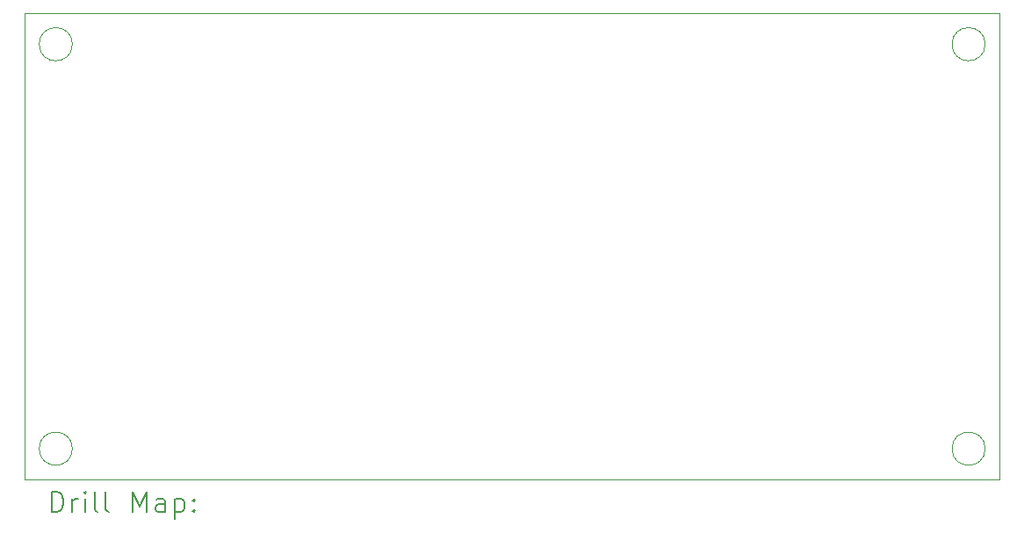
<source format=gbr>
%TF.GenerationSoftware,KiCad,Pcbnew,8.0.8*%
%TF.CreationDate,2025-06-29T12:46:52+09:00*%
%TF.ProjectId,LFOSeparate,4c464f53-6570-4617-9261-74652e6b6963,rev?*%
%TF.SameCoordinates,Original*%
%TF.FileFunction,Drillmap*%
%TF.FilePolarity,Positive*%
%FSLAX45Y45*%
G04 Gerber Fmt 4.5, Leading zero omitted, Abs format (unit mm)*
G04 Created by KiCad (PCBNEW 8.0.8) date 2025-06-29 12:46:52*
%MOMM*%
%LPD*%
G01*
G04 APERTURE LIST*
%ADD10C,0.050000*%
%ADD11C,0.200000*%
G04 APERTURE END LIST*
D10*
X17960000Y-7600000D02*
G75*
G02*
X17640000Y-7600000I-160000J0D01*
G01*
X17640000Y-7600000D02*
G75*
G02*
X17960000Y-7600000I160000J0D01*
G01*
X17960000Y-3700000D02*
G75*
G02*
X17640000Y-3700000I-160000J0D01*
G01*
X17640000Y-3700000D02*
G75*
G02*
X17960000Y-3700000I160000J0D01*
G01*
X9160000Y-7600000D02*
G75*
G02*
X8840000Y-7600000I-160000J0D01*
G01*
X8840000Y-7600000D02*
G75*
G02*
X9160000Y-7600000I160000J0D01*
G01*
X8700000Y-3400000D02*
X18100000Y-3400000D01*
X18100000Y-7900000D01*
X8700000Y-7900000D01*
X8700000Y-3400000D01*
X9160000Y-3700000D02*
G75*
G02*
X8840000Y-3700000I-160000J0D01*
G01*
X8840000Y-3700000D02*
G75*
G02*
X9160000Y-3700000I160000J0D01*
G01*
D11*
X8958277Y-8213984D02*
X8958277Y-8013984D01*
X8958277Y-8013984D02*
X9005896Y-8013984D01*
X9005896Y-8013984D02*
X9034467Y-8023508D01*
X9034467Y-8023508D02*
X9053515Y-8042555D01*
X9053515Y-8042555D02*
X9063039Y-8061603D01*
X9063039Y-8061603D02*
X9072563Y-8099698D01*
X9072563Y-8099698D02*
X9072563Y-8128269D01*
X9072563Y-8128269D02*
X9063039Y-8166365D01*
X9063039Y-8166365D02*
X9053515Y-8185412D01*
X9053515Y-8185412D02*
X9034467Y-8204460D01*
X9034467Y-8204460D02*
X9005896Y-8213984D01*
X9005896Y-8213984D02*
X8958277Y-8213984D01*
X9158277Y-8213984D02*
X9158277Y-8080650D01*
X9158277Y-8118746D02*
X9167801Y-8099698D01*
X9167801Y-8099698D02*
X9177324Y-8090174D01*
X9177324Y-8090174D02*
X9196372Y-8080650D01*
X9196372Y-8080650D02*
X9215420Y-8080650D01*
X9282086Y-8213984D02*
X9282086Y-8080650D01*
X9282086Y-8013984D02*
X9272563Y-8023508D01*
X9272563Y-8023508D02*
X9282086Y-8033031D01*
X9282086Y-8033031D02*
X9291610Y-8023508D01*
X9291610Y-8023508D02*
X9282086Y-8013984D01*
X9282086Y-8013984D02*
X9282086Y-8033031D01*
X9405896Y-8213984D02*
X9386848Y-8204460D01*
X9386848Y-8204460D02*
X9377324Y-8185412D01*
X9377324Y-8185412D02*
X9377324Y-8013984D01*
X9510658Y-8213984D02*
X9491610Y-8204460D01*
X9491610Y-8204460D02*
X9482086Y-8185412D01*
X9482086Y-8185412D02*
X9482086Y-8013984D01*
X9739229Y-8213984D02*
X9739229Y-8013984D01*
X9739229Y-8013984D02*
X9805896Y-8156841D01*
X9805896Y-8156841D02*
X9872563Y-8013984D01*
X9872563Y-8013984D02*
X9872563Y-8213984D01*
X10053515Y-8213984D02*
X10053515Y-8109222D01*
X10053515Y-8109222D02*
X10043991Y-8090174D01*
X10043991Y-8090174D02*
X10024944Y-8080650D01*
X10024944Y-8080650D02*
X9986848Y-8080650D01*
X9986848Y-8080650D02*
X9967801Y-8090174D01*
X10053515Y-8204460D02*
X10034467Y-8213984D01*
X10034467Y-8213984D02*
X9986848Y-8213984D01*
X9986848Y-8213984D02*
X9967801Y-8204460D01*
X9967801Y-8204460D02*
X9958277Y-8185412D01*
X9958277Y-8185412D02*
X9958277Y-8166365D01*
X9958277Y-8166365D02*
X9967801Y-8147317D01*
X9967801Y-8147317D02*
X9986848Y-8137793D01*
X9986848Y-8137793D02*
X10034467Y-8137793D01*
X10034467Y-8137793D02*
X10053515Y-8128269D01*
X10148753Y-8080650D02*
X10148753Y-8280650D01*
X10148753Y-8090174D02*
X10167801Y-8080650D01*
X10167801Y-8080650D02*
X10205896Y-8080650D01*
X10205896Y-8080650D02*
X10224944Y-8090174D01*
X10224944Y-8090174D02*
X10234467Y-8099698D01*
X10234467Y-8099698D02*
X10243991Y-8118746D01*
X10243991Y-8118746D02*
X10243991Y-8175888D01*
X10243991Y-8175888D02*
X10234467Y-8194936D01*
X10234467Y-8194936D02*
X10224944Y-8204460D01*
X10224944Y-8204460D02*
X10205896Y-8213984D01*
X10205896Y-8213984D02*
X10167801Y-8213984D01*
X10167801Y-8213984D02*
X10148753Y-8204460D01*
X10329705Y-8194936D02*
X10339229Y-8204460D01*
X10339229Y-8204460D02*
X10329705Y-8213984D01*
X10329705Y-8213984D02*
X10320182Y-8204460D01*
X10320182Y-8204460D02*
X10329705Y-8194936D01*
X10329705Y-8194936D02*
X10329705Y-8213984D01*
X10329705Y-8090174D02*
X10339229Y-8099698D01*
X10339229Y-8099698D02*
X10329705Y-8109222D01*
X10329705Y-8109222D02*
X10320182Y-8099698D01*
X10320182Y-8099698D02*
X10329705Y-8090174D01*
X10329705Y-8090174D02*
X10329705Y-8109222D01*
M02*

</source>
